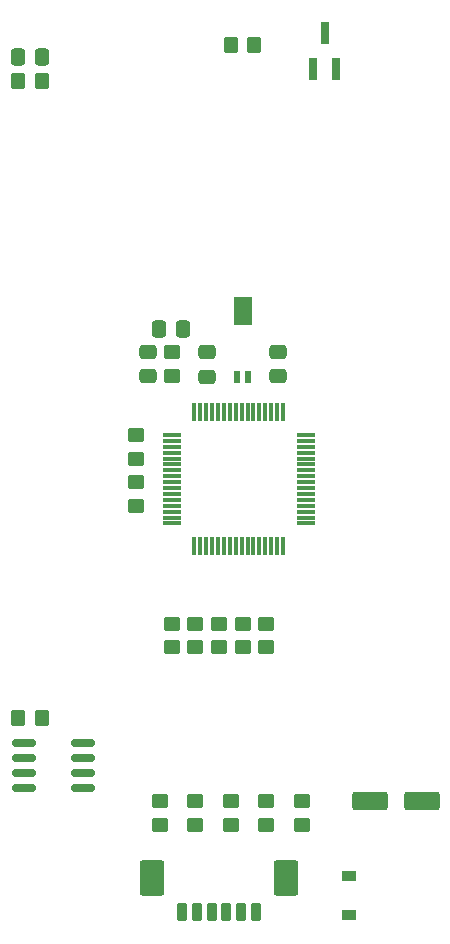
<source format=gbr>
%TF.GenerationSoftware,KiCad,Pcbnew,(6.0.2)*%
%TF.CreationDate,2022-06-02T11:54:08+02:00*%
%TF.ProjectId,Ctrl_AA,4374726c-5f41-4412-9e6b-696361645f70,rev?*%
%TF.SameCoordinates,Original*%
%TF.FileFunction,Paste,Bot*%
%TF.FilePolarity,Positive*%
%FSLAX46Y46*%
G04 Gerber Fmt 4.6, Leading zero omitted, Abs format (unit mm)*
G04 Created by KiCad (PCBNEW (6.0.2)) date 2022-06-02 11:54:08*
%MOMM*%
%LPD*%
G01*
G04 APERTURE LIST*
G04 Aperture macros list*
%AMRoundRect*
0 Rectangle with rounded corners*
0 $1 Rounding radius*
0 $2 $3 $4 $5 $6 $7 $8 $9 X,Y pos of 4 corners*
0 Add a 4 corners polygon primitive as box body*
4,1,4,$2,$3,$4,$5,$6,$7,$8,$9,$2,$3,0*
0 Add four circle primitives for the rounded corners*
1,1,$1+$1,$2,$3*
1,1,$1+$1,$4,$5*
1,1,$1+$1,$6,$7*
1,1,$1+$1,$8,$9*
0 Add four rect primitives between the rounded corners*
20,1,$1+$1,$2,$3,$4,$5,0*
20,1,$1+$1,$4,$5,$6,$7,0*
20,1,$1+$1,$6,$7,$8,$9,0*
20,1,$1+$1,$8,$9,$2,$3,0*%
G04 Aperture macros list end*
%ADD10RoundRect,0.250000X0.450000X-0.350000X0.450000X0.350000X-0.450000X0.350000X-0.450000X-0.350000X0*%
%ADD11RoundRect,0.250000X0.475000X-0.337500X0.475000X0.337500X-0.475000X0.337500X-0.475000X-0.337500X0*%
%ADD12R,1.200000X0.900000*%
%ADD13RoundRect,0.250000X0.337500X0.475000X-0.337500X0.475000X-0.337500X-0.475000X0.337500X-0.475000X0*%
%ADD14R,0.600000X1.100000*%
%ADD15R,1.500000X2.400000*%
%ADD16RoundRect,0.250000X-0.350000X-0.450000X0.350000X-0.450000X0.350000X0.450000X-0.350000X0.450000X0*%
%ADD17RoundRect,0.250000X-0.337500X-0.475000X0.337500X-0.475000X0.337500X0.475000X-0.337500X0.475000X0*%
%ADD18RoundRect,0.150000X0.825000X0.150000X-0.825000X0.150000X-0.825000X-0.150000X0.825000X-0.150000X0*%
%ADD19RoundRect,0.250000X-0.450000X0.350000X-0.450000X-0.350000X0.450000X-0.350000X0.450000X0.350000X0*%
%ADD20R,0.800000X1.900000*%
%ADD21RoundRect,0.075000X-0.075000X0.700000X-0.075000X-0.700000X0.075000X-0.700000X0.075000X0.700000X0*%
%ADD22RoundRect,0.075000X-0.700000X0.075000X-0.700000X-0.075000X0.700000X-0.075000X0.700000X0.075000X0*%
%ADD23RoundRect,0.250000X0.350000X0.450000X-0.350000X0.450000X-0.350000X-0.450000X0.350000X-0.450000X0*%
%ADD24RoundRect,0.200000X-0.200000X-0.600000X0.200000X-0.600000X0.200000X0.600000X-0.200000X0.600000X0*%
%ADD25RoundRect,0.250001X-0.799999X-1.249999X0.799999X-1.249999X0.799999X1.249999X-0.799999X1.249999X0*%
%ADD26RoundRect,0.250000X-1.250000X-0.550000X1.250000X-0.550000X1.250000X0.550000X-1.250000X0.550000X0*%
G04 APERTURE END LIST*
D10*
%TO.C,R16*%
X106000000Y-112000000D03*
X106000000Y-110000000D03*
%TD*%
D11*
%TO.C,C2*%
X105000000Y-74037500D03*
X105000000Y-71962500D03*
%TD*%
D10*
%TO.C,R12*%
X118000000Y-112000000D03*
X118000000Y-110000000D03*
%TD*%
D12*
%TO.C,D2*%
X122000000Y-116350000D03*
X122000000Y-119650000D03*
%TD*%
D13*
%TO.C,C5*%
X108000000Y-70000000D03*
X105925000Y-70000000D03*
%TD*%
D10*
%TO.C,R14*%
X112000000Y-112000000D03*
X112000000Y-110000000D03*
%TD*%
%TO.C,R15*%
X109000000Y-112000000D03*
X109000000Y-110000000D03*
%TD*%
D14*
%TO.C,Y1*%
X112500000Y-74125000D03*
X113500000Y-74125000D03*
D15*
X113000000Y-68525000D03*
%TD*%
D16*
%TO.C,R2*%
X94000000Y-49000000D03*
X96000000Y-49000000D03*
%TD*%
D17*
%TO.C,C1*%
X93962500Y-47000000D03*
X96037500Y-47000000D03*
%TD*%
D18*
%TO.C,U2*%
X99475000Y-105095000D03*
X99475000Y-106365000D03*
X99475000Y-107635000D03*
X99475000Y-108905000D03*
X94525000Y-108905000D03*
X94525000Y-107635000D03*
X94525000Y-106365000D03*
X94525000Y-105095000D03*
%TD*%
D19*
%TO.C,R3*%
X107000000Y-72000000D03*
X107000000Y-74000000D03*
%TD*%
D11*
%TO.C,C3*%
X116000000Y-74037500D03*
X116000000Y-71962500D03*
%TD*%
D19*
%TO.C,R7*%
X109000000Y-95000000D03*
X109000000Y-97000000D03*
%TD*%
D10*
%TO.C,R10*%
X104000000Y-81000000D03*
X104000000Y-79000000D03*
%TD*%
D20*
%TO.C,Q1*%
X120900000Y-48000000D03*
X119000000Y-48000000D03*
X119950000Y-45000000D03*
%TD*%
D21*
%TO.C,U1*%
X108925000Y-77075000D03*
X109425000Y-77075000D03*
X109925000Y-77075000D03*
X110425000Y-77075000D03*
X110925000Y-77075000D03*
X111425000Y-77075000D03*
X111925000Y-77075000D03*
X112425000Y-77075000D03*
X112925000Y-77075000D03*
X113425000Y-77075000D03*
X113925000Y-77075000D03*
X114425000Y-77075000D03*
X114925000Y-77075000D03*
X115425000Y-77075000D03*
X115925000Y-77075000D03*
X116425000Y-77075000D03*
D22*
X118350000Y-79000000D03*
X118350000Y-79500000D03*
X118350000Y-80000000D03*
X118350000Y-80500000D03*
X118350000Y-81000000D03*
X118350000Y-81500000D03*
X118350000Y-82000000D03*
X118350000Y-82500000D03*
X118350000Y-83000000D03*
X118350000Y-83500000D03*
X118350000Y-84000000D03*
X118350000Y-84500000D03*
X118350000Y-85000000D03*
X118350000Y-85500000D03*
X118350000Y-86000000D03*
X118350000Y-86500000D03*
D21*
X116425000Y-88425000D03*
X115925000Y-88425000D03*
X115425000Y-88425000D03*
X114925000Y-88425000D03*
X114425000Y-88425000D03*
X113925000Y-88425000D03*
X113425000Y-88425000D03*
X112925000Y-88425000D03*
X112425000Y-88425000D03*
X111925000Y-88425000D03*
X111425000Y-88425000D03*
X110925000Y-88425000D03*
X110425000Y-88425000D03*
X109925000Y-88425000D03*
X109425000Y-88425000D03*
X108925000Y-88425000D03*
D22*
X107000000Y-86500000D03*
X107000000Y-86000000D03*
X107000000Y-85500000D03*
X107000000Y-85000000D03*
X107000000Y-84500000D03*
X107000000Y-84000000D03*
X107000000Y-83500000D03*
X107000000Y-83000000D03*
X107000000Y-82500000D03*
X107000000Y-82000000D03*
X107000000Y-81500000D03*
X107000000Y-81000000D03*
X107000000Y-80500000D03*
X107000000Y-80000000D03*
X107000000Y-79500000D03*
X107000000Y-79000000D03*
%TD*%
D19*
%TO.C,R4*%
X113000000Y-95000000D03*
X113000000Y-97000000D03*
%TD*%
D23*
%TO.C,R1*%
X114000000Y-46000000D03*
X112000000Y-46000000D03*
%TD*%
D11*
%TO.C,C4*%
X110000000Y-74075000D03*
X110000000Y-72000000D03*
%TD*%
D10*
%TO.C,R13*%
X115000000Y-112000000D03*
X115000000Y-110000000D03*
%TD*%
D19*
%TO.C,R9*%
X104000000Y-83000000D03*
X104000000Y-85000000D03*
%TD*%
D24*
%TO.C,J4*%
X107875000Y-119400000D03*
X109125000Y-119400000D03*
X110375000Y-119400000D03*
X111625000Y-119400000D03*
X112875000Y-119400000D03*
X114125000Y-119400000D03*
D25*
X116675000Y-116500000D03*
X105325000Y-116500000D03*
%TD*%
D19*
%TO.C,R8*%
X107000000Y-95000000D03*
X107000000Y-97000000D03*
%TD*%
D23*
%TO.C,R11*%
X96000000Y-103000000D03*
X94000000Y-103000000D03*
%TD*%
D10*
%TO.C,R5*%
X115000000Y-97000000D03*
X115000000Y-95000000D03*
%TD*%
D19*
%TO.C,R6*%
X111000000Y-95000000D03*
X111000000Y-97000000D03*
%TD*%
D26*
%TO.C,C6*%
X123800000Y-110000000D03*
X128200000Y-110000000D03*
%TD*%
M02*

</source>
